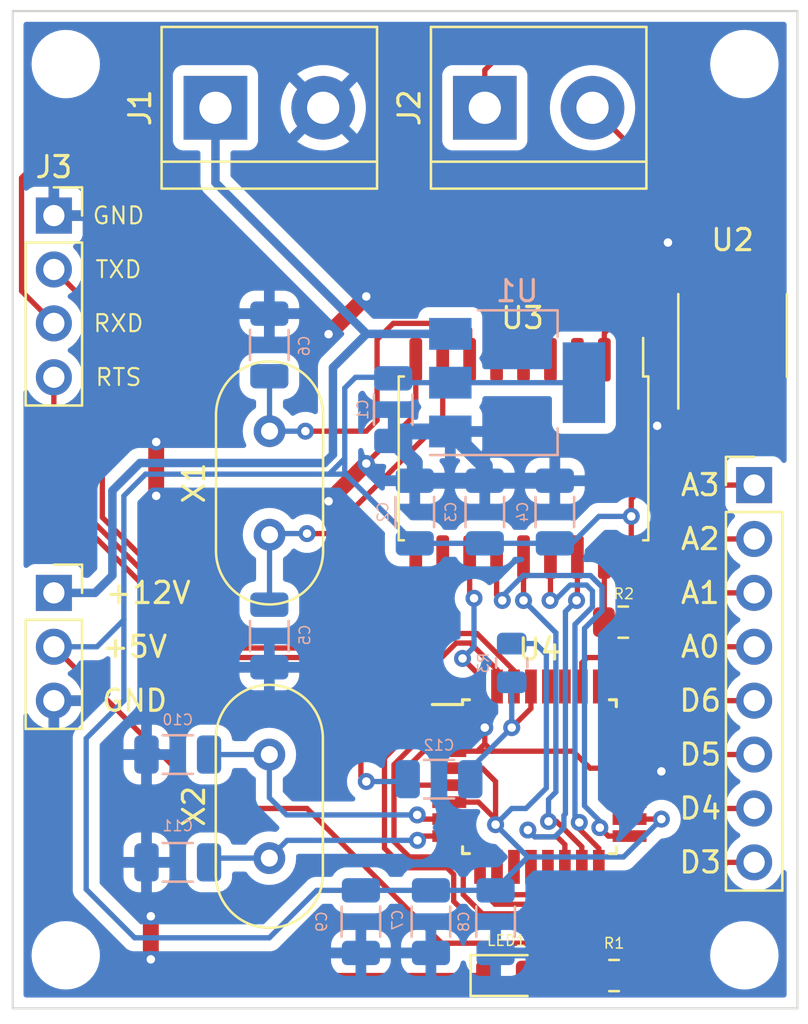
<source format=kicad_pcb>
(kicad_pcb (version 20211014) (generator pcbnew)
  (layers (0 "F.Cu" signal) (31 "B.Cu" signal) (34 "B.Paste" user) (35 "F.Paste" user) (36 "B.SilkS" user "B.Silkscreen") (37 "F.SilkS" user "F.Silkscreen") (38 "B.Mask" user) (39 "F.Mask" user) (44 "Edge.Cuts" user))
  (net 0 "")
  (net 1 "+5V")
  (net 2 "GND")
  (net 3 "U4_D3")
  (net 11 "INT")
  (net 12 "SCK")
  (net 13 "SI")
  (net 14 "SO")
  (net 15 "CS")
  (net 16 "U4_D4")
  (net 17 "U4_D6")
  (net 18 "U4_A0")
  (net 25 "U4_A1")
  (net 26 "U4_A2")
  (net 27 "U4_A3")
  (net 30 "U4_D5")
  (net 31 "/U2_U3_TXD")
  (net 32 "+12V")
  (net 33 "/CAN_H")
  (net 34 "/CAN_L")
  (net 35 "/U2_U3_RXD")
  (net 36 "/U3_RESET")
  (net 37 "/U4_RESET")
  (net 38 "U4_RXD")
  (net 39 "U4_TXD")
  (net 40 "/U3_OSC_2")
  (net 41 "/U3_OSC_1")
  (net 42 "/U4_OSC_1")
  (net 43 "/LED1")
  (net 44 "/U4_OSC_2")
  (net 45 "U4_RTS")
  (footprint "Connector_PinSocket_2.54mm:PinSocket_1x04_P2.54mm_Vertical" (layer "F.Cu") (at 142.24 78.74)
    (fp_text reference "J3")
    (fp_text value "Conn_01x04_Female" hide)
  )
  (footprint "Package_SO:SOIC-18W_7.5x11.6mm_P1.27mm" (layer "F.Cu") (at 164.386 90.182 -90)
    (fp_text reference "U3")
    (fp_text value "MCP2515-xSO" hide)
  )
  (footprint "Package_QFP:TQFP-32_7x7mm_P0.8mm" (layer "F.Cu") (at 165.136 105.182)
    (fp_text reference "U4")
    (fp_text value "ATmega328P-A" hide)
  )
  (footprint "Package_SO:SOIC-8_3.9x4.9mm_P1.27mm" (layer "F.Cu") (at 174.244 84.39 90)
    (fp_text reference "U2")
    (fp_text value "TJA1051T" hide)
  )
  (footprint "LED_SMD:LED_0805_2012Metric" (layer "F.Cu") (at 163.576 114.554)
    (fp_text reference "LED1")
    (fp_text value "Green" hide)
  )
  (footprint "TerminalBlock:TerminalBlock_bornier-2_P5.08mm" (layer "F.Cu") (at 162.56 73.66)
    (fp_text reference "J2")
    (fp_text value "Screw_Terminal_01x02" hide)
  )
  (footprint "MountingHole:MountingHole_2.2mm_M2" (layer "F.Cu") (at 174.8 113.6)
    (fp_text reference "REF**" hide)
    (fp_text value "MountingHole_2.2mm_M2" hide)
  )
  (footprint "Crystal:Crystal_HC49-4H_Vertical" (layer "F.Cu") (at 152.41 88.9 -90)
    (fp_text reference "X1")
    (fp_text value "16MHz" hide)
  )
  (footprint "TerminalBlock:TerminalBlock_bornier-2_P5.08mm" (layer "F.Cu") (at 149.86 73.66)
    (fp_text reference "J1")
    (fp_text value "Screw_Terminal_01x02" hide)
  )
  (footprint "Resistor_SMD:R_0805_2012Metric" (layer "F.Cu") (at 169.0875 97.9)
    (fp_text reference "R2")
    (fp_text value "10K" hide)
  )
  (footprint "MountingHole:MountingHole_2.2mm_M2" (layer "F.Cu") (at 174.8 71.6)
    (fp_text reference "REF**" hide)
    (fp_text value "MountingHole_2.2mm_M2" hide)
  )
  (footprint "CAN_ATmega:Connector_female" (layer "F.Cu") (at 157.48 99.06)
    (fp_text reference "J4" hide)
    (fp_text value "Connector_female" hide)
  )
  (footprint "MountingHole:MountingHole_2.2mm_M2" (layer "F.Cu") (at 142.8 71.6)
    (fp_text reference "REF**" hide)
    (fp_text value "MountingHole_2.2mm_M2" hide)
  )
  (footprint "Resistor_SMD:R_0805_2012Metric" (layer "F.Cu") (at 168.656 114.554 180)
    (fp_text reference "R1")
    (fp_text value "1K" hide)
  )
  (footprint "MountingHole:MountingHole_2.2mm_M2" (layer "F.Cu") (at 142.8 113.6)
    (fp_text reference "REF**" hide)
    (fp_text value "MountingHole_2.2mm_M2" hide)
  )
  (footprint "Crystal:Crystal_HC49-4H_Vertical" (layer "F.Cu") (at 152.4 104.14 -90)
    (fp_text reference "X2")
    (fp_text value "16MHz" hide)
  )
  (footprint "Capacitor_SMD:C_1206_3216Metric" (layer "B.Cu") (at 163.068 112.014 -90)
    (fp_text reference "C8")
    (fp_text value "10uF/16V" hide)
  )
  (footprint "Capacitor_SMD:C_1206_3216Metric" (layer "B.Cu") (at 152.4 84.836 -90)
    (fp_text reference "C6")
    (fp_text value "22PF" hide)
  )
  (footprint "Capacitor_SMD:C_1206_3216Metric" (layer "B.Cu") (at 152.4 98.552 90)
    (fp_text reference "C5")
    (fp_text value "22PF" hide)
  )
  (footprint "Capacitor_SMD:C_1206_3216Metric" (layer "B.Cu") (at 165.862 92.71 90)
    (fp_text reference "C4")
    (fp_text value "0.1uF" hide)
  )
  (footprint "Capacitor_SMD:C_1206_3216Metric" (layer "B.Cu") (at 156.718 112.014 -90)
    (fp_text reference "C9")
    (fp_text value "0.1uF" hide)
  )
  (footprint "Capacitor_SMD:C_1206_3216Metric" (layer "B.Cu") (at 160.02 112.014 -90)
    (fp_text reference "C7")
    (fp_text value "0.1uF" hide)
  )
  (footprint "Capacitor_SMD:C_1206_3216Metric" (layer "B.Cu") (at 160.4 105.3)
    (fp_text reference "C12")
    (fp_text value "1uF" hide)
  )
  (footprint "Capacitor_SMD:C_1206_3216Metric" (layer "B.Cu") (at 148.082 104.14 180)
    (fp_text reference "C10")
    (fp_text value "22PF" hide)
  )
  (footprint "Capacitor_SMD:C_1206_3216Metric" (layer "B.Cu") (at 159.258 92.71 90)
    (fp_text reference "C2")
    (fp_text value "10uF/16V" hide)
  )
  (footprint "Capacitor_SMD:C_1206_3216Metric" (layer "B.Cu") (at 158.242 87.884 -90)
    (fp_text reference "C1")
    (fp_text value "1uF" hide)
  )
  (footprint "Capacitor_SMD:C_1206_3216Metric" (layer "B.Cu") (at 162.56 92.71 90)
    (fp_text reference "C3")
    (fp_text value "0.1uF" hide)
  )
  (footprint "Resistor_SMD:R_0805_2012Metric" (layer "B.Cu") (at 163.83 99.822 -90)
    (fp_text reference "R3")
    (fp_text value "10K" hide)
  )
  (footprint "Package_TO_SOT_SMD:SOT-223" (layer "B.Cu") (at 164.084 86.614)
    (fp_text reference "U1")
    (fp_text value "LM1117-5.0" hide)
  )
  (footprint "Capacitor_SMD:C_1206_3216Metric" (layer "B.Cu") (at 148.082 109.22)
    (fp_text reference "C11")
    (fp_text value "22PF" hide)
  )
  (gr_line (start 140.3 69.1) (end 140.3 116.1) (layer "Edge.Cuts") (width 0.1))
  (gr_line (start 177.3 116.1) (end 177.3 69.1) (layer "Edge.Cuts") (width 0.1))
  (gr_line (start 177.3 116.1) (end 140.3 116.1) (layer "Edge.Cuts") (width 0.1))
  (gr_line (start 177.3 69.1) (end 140.3 69.1) (layer "Edge.Cuts") (width 0.1))
  (gr_text "RXD" (at 145.288 83.82) (layer "F.SilkS") (effects (font (size 0.8 0.8) (thickness 0.1))))
  (gr_text "RTS" (at 145.288 86.36) (layer "F.SilkS") (effects (font (size 0.8 0.8) (thickness 0.1))))
  (gr_text "TXD" (at 145.288 81.28) (layer "F.SilkS") (effects (font (size 0.8 0.8) (thickness 0.1))))
  (gr_text "GND" (at 145.288 78.74) (layer "F.SilkS") (effects (font (size 0.8 0.8) (thickness 0.1))))
  (segment (start 149.86 106.68) (end 154.178 106.68) (width 0.25) (layer "F.Cu") (net 1))
  (segment (start 169.386 107.182) (end 170.886 107.182) (width 0.25) (layer "F.Cu") (net 1))
  (segment (start 169.466 92.916) (end 169.466 92.102) (width 0.25) (layer "F.Cu") (net 1))
  (segment (start 162.262 106.382) (end 163.068 107.188) (width 0.25) (layer "F.Cu") (net 1))
  (segment (start 174.879 88.519) (end 174.879 86.865) (width 0.25) (layer "F.Cu") (net 1))
  (segment (start 154.178 106.68) (end 160.528 113.03) (width 0.25) (layer "F.Cu") (net 1))
  (segment (start 169.466 92.102) (end 172.414 89.154) (width 0.25) (layer "F.Cu") (net 1))
  (segment (start 160.886 106.382) (end 162.262 106.382) (width 0.25) (layer "F.Cu") (net 1))
  (segment (start 163.068 105.41) (end 163.068 107.442) (width 0.25) (layer "F.Cu") (net 1))
  (segment (start 169.466 92.916) (end 169.466 94.832) (width 0.25) (layer "F.Cu") (net 1))
  (segment (start 160.528 113.03) (end 169.418 113.03) (width 0.25) (layer "F.Cu") (net 1))
  (segment (start 142.24 99.06) (end 149.86 106.68) (width 0.25) (layer "F.Cu") (net 1))
  (segment (start 172.414 89.154) (end 174.244 89.154) (width 0.25) (layer "F.Cu") (net 1))
  (segment (start 160.886 104.782) (end 162.44 104.782) (width 0.25) (layer "F.Cu") (net 1))
  (segment (start 163.068 107.188) (end 163.068 107.442) (width 0.25) (layer "F.Cu") (net 1))
  (segment (start 169.5685 113.1805) (end 169.5685 114.554) (width 0.25) (layer "F.Cu") (net 1))
  (segment (start 169.418 113.03) (end 169.5685 113.1805) (width 0.25) (layer "F.Cu") (net 1))
  (segment (start 169.466 96.366) (end 169.466 94.832) (width 0.25) (layer "F.Cu") (net 1))
  (segment (start 170 97.9) (end 170 96.9) (width 0.25) (layer "F.Cu") (net 1))
  (segment (start 162.44 104.782) (end 163.068 105.41) (width 0.25) (layer "F.Cu") (net 1))
  (segment (start 170 96.9) (end 169.466 96.366) (width 0.25) (layer "F.Cu") (net 1))
  (segment (start 174.244 89.154) (end 174.879 88.519) (width 0.25) (layer "F.Cu") (net 1))
  (via (at 169.466 92.916) (size 0.8) (drill 0.4) (layers "F.Cu" "B.Cu") (net 1))
  (via (at 170.886 107.182) (size 0.8) (drill 0.4) (layers "F.Cu" "B.Cu") (net 1))
  (via (at 163.068 107.442) (size 0.8) (drill 0.4) (layers "F.Cu" "B.Cu") (net 1))
  (segment (start 146.05 112.776) (end 152.4 112.776) (width 0.25) (layer "B.Cu") (net 1))
  (segment (start 143.764 103.378) (end 143.764 110.49) (width 0.25) (layer "B.Cu") (net 1))
  (segment (start 143.764 110.49) (end 146.05 112.776) (width 0.25) (layer "B.Cu") (net 1))
  (segment (start 163.83 106.68) (end 163.068 107.442) (width 0.25) (layer "B.Cu") (net 1))
  (segment (start 160.02 110.539) (end 163.068 110.539) (width 0.25) (layer "B.Cu") (net 1))
  (segment (start 163.83 98.9095) (end 164.9495 98.9095) (width 0.25) (layer "B.Cu") (net 1))
  (segment (start 156.718 110.539) (end 160.02 110.539) (width 0.25) (layer "B.Cu") (net 1))
  (segment (start 164.592 108.966) (end 163.068 107.442) (width 0.25) (layer "B.Cu") (net 1))
  (segment (start 170.886 107.182) (end 169.102 108.966) (width 0.25) (layer "B.Cu") (net 1))
  (segment (start 169.102 108.966) (end 164.592 108.966) (width 0.25) (layer "B.Cu") (net 1))
  (segment (start 166.673 94.185) (end 167.942 92.916) (width 0.25) (layer "B.Cu") (net 1))
  (segment (start 155.956 90.883) (end 155.9805 90.9075) (width 0.25) (layer "B.Cu") (net 1))
  (segment (start 165.461498 105.720106) (end 164.501604 106.68) (width 0.25) (layer "B.Cu") (net 1))
  (segment (start 160.934 86.614) (end 158.447 86.614) (width 0.25) (layer "B.Cu") (net 1))
  (segment (start 163.068 110.49) (end 164.592 108.966) (width 0.25) (layer "B.Cu") (net 1))
  (segment (start 144.272 99.06) (end 142.24 99.06) (width 0.25) (layer "B.Cu") (net 1))
  (segment (start 158.447 86.614) (end 158.242 86.409) (width 0.25) (layer "B.Cu") (net 1))
  (segment (start 164.501604 106.68) (end 163.83 106.68) (width 0.25) (layer "B.Cu") (net 1))
  (segment (start 155.956 90.186462) (end 155.956 90.883) (width 0.25) (layer "B.Cu") (net 1))
  (segment (start 155.956 90.186462) (end 155.217462 90.925) (width 0.25) (layer "B.Cu") (net 1))
  (segment (start 154.637 110.539) (end 156.718 110.539) (width 0.25) (layer "B.Cu") (net 1))
  (segment (start 145.542 97.79) (end 145.542 101.6) (width 0.25) (layer "B.Cu") (net 1))
  (segment (start 145.542 97.79) (end 144.272 99.06) (width 0.25) (layer "B.Cu") (net 1))
  (segment (start 145.542 101.6) (end 143.764 103.378) (width 0.25) (layer "B.Cu") (net 1))
  (segment (start 152.4 112.776) (end 154.637 110.539) (width 0.25) (layer "B.Cu") (net 1))
  (segment (start 158.242 86.409) (end 158.193 86.36) (width 0.25) (layer "B.Cu") (net 1))
  (segment (start 146.565 90.925) (end 145.542 91.948) (width 0.25) (layer "B.Cu") (net 1))
  (segment (start 155.217462 90.925) (end 146.565 90.925) (width 0.25) (layer "B.Cu") (net 1))
  (segment (start 145.542 91.948) (end 145.542 97.79) (width 0.25) (layer "B.Cu") (net 1))
  (segment (start 156.464 86.36) (end 155.956 86.868) (width 0.25) (layer "B.Cu") (net 1))
  (segment (start 163.068 110.539) (end 163.068 110.49) (width 0.25) (layer "B.Cu") (net 1))
  (segment (start 158.193 86.36) (end 156.464 86.36) (width 0.25) (layer "B.Cu") (net 1))
  (segment (start 155.217462 90.925) (end 155.963 90.925) (width 0.25) (layer "B.Cu") (net 1))
  (segment (start 155.9805 90.9075) (end 159.258 94.185) (width 0.25) (layer "B.Cu") (net 1))
  (segment (start 164.9495 98.9095) (end 165.461498 99.421498) (width 0.25) (layer "B.Cu") (net 1))
  (segment (start 167.234 86.614) (end 160.934 86.614) (width 0.25) (layer "B.Cu") (net 1))
  (segment (start 155.956 86.868) (end 155.956 90.186462) (width 0.25) (layer "B.Cu") (net 1))
  (segment (start 167.942 92.916) (end 169.466 92.916) (width 0.25) (layer "B.Cu") (net 1))
  (segment (start 159.258 94.185) (end 162.56 94.185) (width 0.25) (layer "B.Cu") (net 1))
  (segment (start 162.56 94.185) (end 165.862 94.185) (width 0.25) (layer "B.Cu") (net 1))
  (segment (start 165.862 94.185) (end 166.673 94.185) (width 0.25) (layer "B.Cu") (net 1))
  (segment (start 165.461498 99.421498) (end 165.461498 105.720106) (width 0.25) (layer "B.Cu") (net 1))
  (segment (start 155.963 90.925) (end 155.9805 90.9075) (width 0.25) (layer "B.Cu") (net 1))
  (segment (start 162.21 103.982) (end 160.886 103.982) (width 0.25) (layer "F.Cu") (net 2))
  (segment (start 173.609 86.865) (end 173.609 88.265) (width 0.25) (layer "F.Cu") (net 2))
  (segment (start 162.56 103.632) (end 162.91 103.982) (width 0.25) (layer "F.Cu") (net 2))
  (segment (start 162.91 103.982) (end 162.21 103.982) (width 0.25) (layer "F.Cu") (net 2))
  (segment (start 146.812 113.792) (end 146.812 111.76) (width 0.75) (layer "F.Cu") (net 2))
  (segment (start 147.574 114.554) (end 146.812 113.792) (width 0.25) (layer "F.Cu") (net 2))
  (segment (start 173.228 88.646) (end 170.688 88.646) (width 0.25) (layer "F.Cu") (net 2))
  (segment (start 170.736 104.782) (end 170.886 104.932) (width 0.25) (layer "F.Cu") (net 2))
  (segment (start 156.972 90.424) (end 155.194 92.202) (width 0.75) (layer "F.Cu") (net 2))
  (segment (start 159.306 85.532) (end 159.306 88.09) (width 0.25) (layer "F.Cu") (net 2))
  (segment (start 147.066 91.948) (end 147.066 89.408) (width 0.75) (layer "F.Cu") (net 2))
  (segment (start 173.609 88.265) (end 173.228 88.646) (width 0.25) (layer "F.Cu") (net 2))
  (segment (start 159.306 88.09) (end 156.972 90.424) (width 0.25) (layer "F.Cu") (net 2))
  (segment (start 162.91 103.982) (end 166.72 103.982) (width 0.25) (layer "F.Cu") (net 2))
  (segment (start 159.43 105.582) (end 159.004 105.156) (width 0.25) (layer "F.Cu") (net 2))
  (segment (start 166.72 103.982) (end 167.52 104.782) (width 0.25) (layer "F.Cu") (net 2))
  (segment (start 162.56 102.87) (end 162.56 103.632) (width 0.25) (layer "F.Cu") (net 2))
  (segment (start 160.886 105.582) (end 159.43 105.582) (width 0.25) (layer "F.Cu") (net 2))
  (segment (start 162.56 103.632) (end 162.21 103.982) (width 0.25) (layer "F.Cu") (net 2))
  (segment (start 155.194 84.328) (end 156.972 82.55) (width 0.75) (layer "F.Cu") (net 2))
  (segment (start 172.339 80.645) (end 171.704 80.01) (width 0.25) (layer "F.Cu") (net 2))
  (segment (start 160.886 103.982) (end 159.67 103.982) (width 0.25) (layer "F.Cu") (net 2))
  (segment (start 167.52 104.782) (end 169.386 104.782) (width 0.25) (layer "F.Cu") (net 2))
  (segment (start 172.339 81.915) (end 172.339 80.645) (width 0.25) (layer "F.Cu") (net 2))
  (segment (start 162.6385 114.554) (end 147.574 114.554) (width 0.25) (layer "F.Cu") (net 2))
  (segment (start 171.704 80.01) (end 171.196 80.01) (width 0.25) (layer "F.Cu") (net 2))
  (segment (start 159.67 103.982) (end 159.004 104.648) (width 0.25) (layer "F.Cu") (net 2))
  (segment (start 159.004 104.648) (end 159.004 105.156) (width 0.25) (layer "F.Cu") (net 2))
  (segment (start 169.386 104.782) (end 170.736 104.782) (width 0.25) (layer "F.Cu") (net 2))
  (via (at 146.812 113.792) (size 0.8) (drill 0.4) (layers "F.Cu" "B.Cu") (net 2))
  (via (at 146.812 111.76) (size 0.8) (drill 0.4) (layers "F.Cu" "B.Cu") (net 2))
  (via (at 147.066 89.408) (size 0.8) (drill 0.4) (layers "F.Cu" "B.Cu") (net 2))
  (via (at 155.194 92.202) (size 0.8) (drill 0.4) (layers "F.Cu" "B.Cu") (net 2))
  (via (at 156.972 90.424) (size 0.8) (drill 0.4) (layers "F.Cu" "B.Cu") (net 2))
  (via (at 162.56 102.87) (size 0.8) (drill 0.4) (layers "F.Cu" "B.Cu") (net 2))
  (via (at 156.972 82.55) (size 0.8) (drill 0.4) (layers "F.Cu" "B.Cu") (net 2))
  (via (at 170.886 104.932) (size 0.8) (drill 0.4) (layers "F.Cu" "B.Cu") (net 2))
  (via (at 171.196 80.01) (size 0.8) (drill 0.4) (layers "F.Cu" "B.Cu") (net 2))
  (via (at 170.688 88.646) (size 0.8) (drill 0.4) (layers "F.Cu" "B.Cu") (net 2))
  (via (at 155.194 84.328) (size 0.8) (drill 0.4) (layers "F.Cu" "B.Cu") (net 2))
  (via (at 147.066 91.948) (size 0.8) (drill 0.4) (layers "F.Cu" "B.Cu") (net 2))
  (segment (start 162.56 91.235) (end 165.862 91.235) (width 0.75) (layer "B.Cu") (net 2))
  (segment (start 162.56 90.54) (end 160.934 88.914) (width 0.75) (layer "B.Cu") (net 2))
  (segment (start 159.258 91.235) (end 162.56 91.235) (width 0.75) (layer "B.Cu") (net 2))
  (segment (start 158.687 88.914) (end 160.934 88.914) (width 0.75) (layer "B.Cu") (net 2))
  (segment (start 158.242 89.359) (end 158.687 88.914) (width 0.75) (layer "B.Cu") (net 2))
  (segment (start 159.258 91.235) (end 159.258 90.375) (width 0.75) (layer "B.Cu") (net 2))
  (segment (start 162.56 91.235) (end 162.56 90.54) (width 0.75) (layer "B.Cu") (net 2))
  (segment (start 159.258 90.375) (end 158.242 89.359) (width 0.75) (layer "B.Cu") (net 2))
  (segment (start 160.886 102.382) (end 159.746 102.382) (width 0.25) (layer "F.Cu") (net 3))
  (segment (start 161.094 111.056) (end 162.132 112.094) (width 0.25) (layer "F.Cu") (net 3))
  (segment (start 161.094 109.786) (end 161.094 111.056) (width 0.25) (layer "F.Cu") (net 3))
  (segment (start 157.829 104.299) (end 157.829 108.553) (width 0.25) (layer "F.Cu") (net 3))
  (segment (start 173.99 109.22) (end 175.26 109.22) (width 0.25) (layer "F.Cu") (net 3))
  (segment (start 162.132 112.094) (end 171.116 112.094) (width 0.25) (layer "F.Cu") (net 3))
  (segment (start 159.746 102.382) (end 157.829 104.299) (width 0.25) (layer "F.Cu") (net 3))
  (segment (start 160.782 109.474) (end 161.094 109.786) (width 0.25) (layer "F.Cu") (net 3))
  (segment (start 157.829 108.553) (end 158.75 109.474) (width 0.25) (layer "F.Cu") (net 3))
  (segment (start 158.75 109.474) (end 160.782 109.474) (width 0.25) (layer "F.Cu") (net 3))
  (segment (start 171.116 112.094) (end 173.99 109.22) (width 0.25) (layer "F.Cu") (net 3))
  (segment (start 161.846 94.832) (end 161.846 96.568) (width 0.25) (layer "F.Cu") (net 11))
  (segment (start 162.336 100.436) (end 162.336 100.932) (width 0.25) (layer "F.Cu") (net 11))
  (segment (start 161.510299 99.610299) (end 162.336 100.436) (width 0.25) (layer "F.Cu") (net 11))
  (segment (start 161.846 96.568) (end 162.052 96.774) (width 0.25) (layer "F.Cu") (net 11))
  (via (at 161.510299 99.610299) (size 0.8) (drill 0.4) (layers "F.Cu" "B.Cu") (net 11))
  (via (at 162.052 96.774) (size 0.8) (drill 0.4) (layers "F.Cu" "B.Cu") (net 11))
  (segment (start 162.052 99.068598) (end 162.052 96.774) (width 0.25) (layer "B.Cu") (net 11))
  (segment (start 161.510299 99.610299) (end 162.052 99.068598) (width 0.25) (layer "B.Cu") (net 11))
  (segment (start 169.386 107.982) (end 168.381596 107.982) (width 0.25) (layer "F.Cu") (net 12))
  (segment (start 168.381596 107.982) (end 167.983798 107.584202) (width 0.25) (layer "F.Cu") (net 12))
  (segment (start 163.116 96.607) (end 163.386 96.877) (width 0.25) (layer "F.Cu") (net 12))
  (segment (start 163.116 94.832) (end 163.116 96.607) (width 0.25) (layer "F.Cu") (net 12))
  (via (at 167.983798 107.584202) (size 0.8) (drill 0.4) (layers "F.Cu" "B.Cu") (net 12))
  (via (at 163.386 96.877) (size 0.8) (drill 0.4) (layers "F.Cu" "B.Cu") (net 12))
  (segment (start 167.261498 106.557498) (end 167.261498 98.192898) (width 0.25) (layer "B.Cu") (net 12))
  (segment (start 167.261498 98.192898) (end 168.086 97.368396) (width 0.25) (layer "B.Cu") (net 12))
  (segment (start 164.366 95.702) (end 163.386 96.682) (width 0.25) (layer "B.Cu") (net 12))
  (segment (start 167.983798 107.584202) (end 167.983798 107.279798) (width 0.25) (layer "B.Cu") (net 12))
  (segment (start 168.086 96.245604) (end 167.542396 95.702) (width 0.25) (layer "B.Cu") (net 12))
  (segment (start 167.542396 95.702) (end 164.366 95.702) (width 0.25) (layer "B.Cu") (net 12))
  (segment (start 167.983798 107.279798) (end 167.261498 106.557498) (width 0.25) (layer "B.Cu") (net 12))
  (segment (start 163.386 96.682) (end 163.386 96.877) (width 0.25) (layer "B.Cu") (net 12))
  (segment (start 168.086 97.368396) (end 168.086 96.245604) (width 0.25) (layer "B.Cu") (net 12))
  (segment (start 167.136 108.485686) (end 167.136 109.432) (width 0.25) (layer "F.Cu") (net 13))
  (segment (start 164.386 94.832) (end 164.386 96.877) (width 0.25) (layer "F.Cu") (net 13))
  (segment (start 165.565295 107.290354) (end 165.940668 107.290354) (width 0.25) (layer "F.Cu") (net 13))
  (segment (start 165.940668 107.290354) (end 167.136 108.485686) (width 0.25) (layer "F.Cu") (net 13))
  (via (at 165.565295 107.290354) (size 0.8) (drill 0.4) (layers "F.Cu" "B.Cu") (net 13))
  (via (at 164.386 96.877) (size 0.8) (drill 0.4) (layers "F.Cu" "B.Cu") (net 13))
  (segment (start 165.911498 105.906502) (end 165.911498 98.402498) (width 0.25) (layer "B.Cu") (net 13))
  (segment (start 165.565295 107.290354) (end 165.565295 106.252705) (width 0.25) (layer "B.Cu") (net 13))
  (segment (start 165.911498 98.402498) (end 164.386 96.877) (width 0.25) (layer "B.Cu") (net 13))
  (segment (start 165.565295 106.252705) (end 165.911498 105.906502) (width 0.25) (layer "B.Cu") (net 13))
  (segment (start 167.014795 107.640504) (end 167.014795 107.339176) (width 0.25) (layer "F.Cu") (net 14))
  (segment (start 167.936 109.432) (end 167.936 108.561709) (width 0.25) (layer "F.Cu") (net 14))
  (segment (start 165.656 94.832) (end 165.656 96.857) (width 0.25) (layer "F.Cu") (net 14))
  (segment (start 167.936 108.561709) (end 167.014795 107.640504) (width 0.25) (layer "F.Cu") (net 14))
  (segment (start 165.656 96.857) (end 165.636 96.877) (width 0.25) (layer "F.Cu") (net 14))
  (via (at 167.014795 107.339176) (size 0.8) (drill 0.4) (layers "F.Cu" "B.Cu") (net 14))
  (via (at 165.636 96.877) (size 0.8) (drill 0.4) (layers "F.Cu" "B.Cu") (net 14))
  (segment (start 166.811498 107.135879) (end 166.811498 98.006502) (width 0.25) (layer "B.Cu") (net 14))
  (segment (start 166.585695 96.152) (end 165.860695 96.877) (width 0.25) (layer "B.Cu") (net 14))
  (segment (start 167.636 96.432) (end 167.356 96.152) (width 0.25) (layer "B.Cu") (net 14))
  (segment (start 165.860695 96.877) (end 165.636 96.877) (width 0.25) (layer "B.Cu") (net 14))
  (segment (start 166.811498 98.006502) (end 167.636 97.182) (width 0.25) (layer "B.Cu") (net 14))
  (segment (start 167.014795 107.339176) (end 166.811498 107.135879) (width 0.25) (layer "B.Cu") (net 14))
  (segment (start 167.636 97.182) (end 167.636 96.432) (width 0.25) (layer "B.Cu") (net 14))
  (segment (start 167.356 96.152) (end 166.585695 96.152) (width 0.25) (layer "B.Cu") (net 14))
  (segment (start 164.592 107.696) (end 164.911354 108.015354) (width 0.25) (layer "F.Cu") (net 15))
  (segment (start 164.911354 108.015354) (end 165.969354 108.015354) (width 0.25) (layer "F.Cu") (net 15))
  (segment (start 166.926 94.832) (end 166.926 96.837) (width 0.25) (layer "F.Cu") (net 15))
  (segment (start 165.969354 108.015354) (end 166.336 108.382) (width 0.25) (layer "F.Cu") (net 15))
  (segment (start 166.926 96.837) (end 166.886 96.877) (width 0.25) (layer "F.Cu") (net 15))
  (segment (start 166.336 108.382) (end 166.336 109.432) (width 0.25) (layer "F.Cu") (net 15))
  (via (at 164.592 107.696) (size 0.8) (drill 0.4) (layers "F.Cu" "B.Cu") (net 15))
  (via (at 166.886 96.877) (size 0.8) (drill 0.4) (layers "F.Cu" "B.Cu") (net 15))
  (segment (start 166.290295 107.003203) (end 166.361498 106.932) (width 0.25) (layer "B.Cu") (net 15))
  (segment (start 165.8656 108.015354) (end 166.290295 107.590659) (width 0.25) (layer "B.Cu") (net 15))
  (segment (start 166.361498 97.401502) (end 166.886 96.877) (width 0.25) (layer "B.Cu") (net 15))
  (segment (start 164.911354 108.015354) (end 165.8656 108.015354) (width 0.25) (layer "B.Cu") (net 15))
  (segment (start 166.361498 106.932) (end 166.361498 97.401502) (width 0.25) (layer "B.Cu") (net 15))
  (segment (start 166.290295 107.590659) (end 166.290295 107.003203) (width 0.25) (layer "B.Cu") (net 15))
  (segment (start 164.592 107.696) (end 164.911354 108.015354) (width 0.25) (layer "B.Cu") (net 15))
  (segment (start 158.279 108.241) (end 158.279 104.611) (width 0.25) (layer "F.Cu") (net 16))
  (segment (start 161.544 109.474) (end 161.036 108.966) (width 0.25) (layer "F.Cu") (net 16))
  (segment (start 170.929604 111.644) (end 162.444 111.644) (width 0.25) (layer "F.Cu") (net 16))
  (segment (start 161.544 110.744) (end 161.544 109.474) (width 0.25) (layer "F.Cu") (net 16))
  (segment (start 159.004 108.966) (end 158.279 108.241) (width 0.25) (layer "F.Cu") (net 16))
  (segment (start 173.228 109.345604) (end 170.929604 111.644) (width 0.25) (layer "F.Cu") (net 16))
  (segment (start 173.228 106.934) (end 173.228 109.345604) (width 0.25) (layer "F.Cu") (net 16))
  (segment (start 158.279 104.611) (end 159.708 103.182) (width 0.25) (layer "F.Cu") (net 16))
  (segment (start 159.708 103.182) (end 160.886 103.182) (width 0.25) (layer "F.Cu") (net 16))
  (segment (start 162.444 111.644) (end 161.544 110.744) (width 0.25) (layer "F.Cu") (net 16))
  (segment (start 175.26 106.68) (end 173.482 106.68) (width 0.25) (layer "F.Cu") (net 16))
  (segment (start 173.482 106.68) (end 173.228 106.934) (width 0.25) (layer "F.Cu") (net 16))
  (segment (start 161.036 108.966) (end 159.004 108.966) (width 0.25) (layer "F.Cu") (net 16))
  (segment (start 170.434 110.744) (end 172.212 108.966) (width 0.25) (layer "F.Cu") (net 17))
  (segment (start 163.136 109.432) (end 163.136 110.482) (width 0.25) (layer "F.Cu") (net 17))
  (segment (start 173.482 101.6) (end 175.26 101.6) (width 0.25) (layer "F.Cu") (net 17))
  (segment (start 163.136 110.482) (end 163.398 110.744) (width 0.25) (layer "F.Cu") (net 17))
  (segment (start 172.212 102.87) (end 173.482 101.6) (width 0.25) (layer "F.Cu") (net 17))
  (segment (start 172.212 108.966) (end 172.212 102.87) (width 0.25) (layer "F.Cu") (net 17))
  (segment (start 163.398 110.744) (end 170.434 110.744) (width 0.25) (layer "F.Cu") (net 17))
  (segment (start 171.138 103.182) (end 173.228 101.092) (width 0.25) (layer "F.Cu") (net 18))
  (segment (start 173.228 101.092) (end 173.228 99.568) (width 0.25) (layer "F.Cu") (net 18))
  (segment (start 169.386 103.182) (end 171.138 103.182) (width 0.25) (layer "F.Cu") (net 18))
  (segment (start 173.228 99.568) (end 173.736 99.06) (width 0.25) (layer "F.Cu") (net 18))
  (segment (start 173.736 99.06) (end 175.26 99.06) (width 0.25) (layer "F.Cu") (net 18))
  (segment (start 169.386 102.382) (end 171.176 102.382) (width 0.25) (layer "F.Cu") (net 25))
  (segment (start 172.72 100.838) (end 172.72 97.282) (width 0.25) (layer "F.Cu") (net 25))
  (segment (start 172.72 97.282) (end 173.482 96.52) (width 0.25) (layer "F.Cu") (net 25))
  (segment (start 173.482 96.52) (end 175.26 96.52) (width 0.25) (layer "F.Cu") (net 25))
  (segment (start 171.176 102.382) (end 172.72 100.838) (width 0.25) (layer "F.Cu") (net 25))
  (segment (start 172.212 97.028) (end 172.974 96.266) (width 0.25) (layer "F.Cu") (net 26))
  (segment (start 171.864 100.932) (end 172.212 100.584) (width 0.25) (layer "F.Cu") (net 26))
  (segment (start 167.936 100.932) (end 171.864 100.932) (width 0.25) (layer "F.Cu") (net 26))
  (segment (start 172.974 96.266) (end 172.974 94.488) (width 0.25) (layer "F.Cu") (net 26))
  (segment (start 172.974 94.488) (end 173.482 93.98) (width 0.25) (layer "F.Cu") (net 26))
  (segment (start 172.212 100.584) (end 172.212 97.028) (width 0.25) (layer "F.Cu") (net 26))
  (segment (start 173.482 93.98) (end 175.26 93.98) (width 0.25) (layer "F.Cu") (net 26))
  (segment (start 167.136 99.818) (end 167.386 99.568) (width 0.25) (layer "F.Cu") (net 27))
  (segment (start 173.228 93.472) (end 173.228 91.694) (width 0.25) (layer "F.Cu") (net 27))
  (segment (start 173.482 91.44) (end 175.26 91.44) (width 0.25) (layer "F.Cu") (net 27))
  (segment (start 172.466 96.137604) (end 172.466 94.234) (width 0.25) (layer "F.Cu") (net 27))
  (segment (start 167.136 100.932) (end 167.136 99.818) (width 0.25) (layer "F.Cu") (net 27))
  (segment (start 172.466 94.234) (end 173.228 93.472) (width 0.25) (layer "F.Cu") (net 27))
  (segment (start 171.762 96.841604) (end 172.466 96.137604) (width 0.25) (layer "F.Cu") (net 27))
  (segment (start 171.762 100.272) (end 171.762 96.841604) (width 0.25) (layer "F.Cu") (net 27))
  (segment (start 173.228 91.694) (end 173.482 91.44) (width 0.25) (layer "F.Cu") (net 27))
  (segment (start 167.386 99.568) (end 168.656 99.568) (width 0.25) (layer "F.Cu") (net 27))
  (segment (start 169.57 100.482) (end 171.552 100.482) (width 0.25) (layer "F.Cu") (net 27))
  (segment (start 171.552 100.482) (end 171.762 100.272) (width 0.25) (layer "F.Cu") (net 27))
  (segment (start 168.656 99.568) (end 169.57 100.482) (width 0.25) (layer "F.Cu") (net 27))
  (segment (start 172.72 104.902) (end 173.482 104.14) (width 0.25) (layer "F.Cu") (net 30))
  (segment (start 163.048 111.194) (end 170.743208 111.194) (width 0.25) (layer "F.Cu") (net 30))
  (segment (start 172.72 109.217208) (end 172.72 104.902) (width 0.25) (layer "F.Cu") (net 30))
  (segment (start 162.336 109.432) (end 162.336 110.482) (width 0.25) (layer "F.Cu") (net 30))
  (segment (start 170.743208 111.194) (end 172.72 109.217208) (width 0.25) (layer "F.Cu") (net 30))
  (segment (start 173.482 104.14) (end 175.26 104.14) (width 0.25) (layer "F.Cu") (net 30))
  (segment (start 162.336 110.482) (end 163.048 111.194) (width 0.25) (layer "F.Cu") (net 30))
  (segment (start 172.339 86.865) (end 170.799 86.865) (width 0.25) (layer "F.Cu") (net 31))
  (segment (start 170.799 86.865) (end 169.466 85.532) (width 0.25) (layer "F.Cu") (net 31))
  (segment (start 155 90.4) (end 155.4 90) (width 0.4) (layer "B.Cu") (net 32))
  (segment (start 149.86 77.188) (end 149.86 73.66) (width 0.4) (layer "B.Cu") (net 32))
  (segment (start 145 91.7) (end 146.3 90.4) (width 0.4) (layer "B.Cu") (net 32))
  (segment (start 156.986 84.314) (end 160.934 84.314) (width 0.4) (layer "B.Cu") (net 32))
  (segment (start 149.86 77.188) (end 156.986 84.314) (width 0.4) (layer "B.Cu") (net 32))
  (segment (start 142.24 96.52) (end 144.18 96.52) (width 0.4) (layer "B.Cu") (net 32))
  (segment (start 144.18 96.52) (end 145 95.7) (width 0.4) (layer "B.Cu") (net 32))
  (segment (start 155.4 90) (end 155.4 85.9) (width 0.4) (layer "B.Cu") (net 32))
  (segment (start 155.4 85.9) (end 156.986 84.314) (width 0.4) (layer "B.Cu") (net 32))
  (segment (start 145 95.7) (end 145 91.7) (width 0.4) (layer "B.Cu") (net 32))
  (segment (start 146.3 90.4) (end 155 90.4) (width 0.4) (layer "B.Cu") (net 32))
  (segment (start 169.164 71.12) (end 163.322 71.12) (width 0.25) (layer "F.Cu") (net 33))
  (segment (start 162.56 71.882) (end 162.56 73.66) (width 0.25) (layer "F.Cu") (net 33))
  (segment (start 163.322 71.12) (end 162.56 71.882) (width 0.25) (layer "F.Cu") (net 33))
  (segment (start 173.609 81.915) (end 173.609 75.565) (width 0.25) (layer "F.Cu") (net 33))
  (segment (start 173.609 75.565) (end 169.164 71.12) (width 0.25) (layer "F.Cu") (net 33))
  (segment (start 174.879 83.439) (end 174.879 81.915) (width 0.25) (layer "F.Cu") (net 34))
  (segment (start 170.18 82.296) (end 171.958 84.074) (width 0.25) (layer "F.Cu") (net 34))
  (segment (start 170.18 76.2) (end 170.18 82.296) (width 0.25) (layer "F.Cu") (net 34))
  (segment (start 174.244 84.074) (end 174.879 83.439) (width 0.25) (layer "F.Cu") (net 34))
  (segment (start 171.958 84.074) (end 174.244 84.074) (width 0.25) (layer "F.Cu") (net 34))
  (segment (start 167.64 73.66) (end 170.18 76.2) (width 0.25) (layer "F.Cu") (net 34))
  (segment (start 168.656 83.82) (end 170.942 83.82) (width 0.25) (layer "F.Cu") (net 35))
  (segment (start 175.514 84.836) (end 176.149 85.471) (width 0.25) (layer "F.Cu") (net 35))
  (segment (start 170.942 83.82) (end 171.958 84.836) (width 0.25) (layer "F.Cu") (net 35))
  (segment (start 168.196 85.532) (end 168.196 84.28) (width 0.25) (layer "F.Cu") (net 35))
  (segment (start 176.149 85.471) (end 176.149 86.865) (width 0.25) (layer "F.Cu") (net 35))
  (segment (start 171.958 84.836) (end 175.514 84.836) (width 0.25) (layer "F.Cu") (net 35))
  (segment (start 168.196 84.28) (end 168.656 83.82) (width 0.25) (layer "F.Cu") (net 35))
  (segment (start 168.196 97.879) (end 168.175 97.9) (width 0.25) (layer "F.Cu") (net 36))
  (segment (start 168.196 94.832) (end 168.196 97.879) (width 0.25) (layer "F.Cu") (net 36))
  (segment (start 164.736 101.964) (end 164.736 100.932) (width 0.25) (layer "F.Cu") (net 37))
  (segment (start 163.83 102.87) (end 164.736 101.964) (width 0.25) (layer "F.Cu") (net 37))
  (via (at 163.83 102.87) (size 0.8) (drill 0.4) (layers "F.Cu" "B.Cu") (net 37))
  (segment (start 163.83 102.87) (end 161.875 104.825) (width 0.25) (layer "B.Cu") (net 37))
  (segment (start 161.875 104.825) (end 161.875 105.3) (width 0.25) (layer "B.Cu") (net 37))
  (segment (start 163.83 102.87) (end 163.83 100.7345) (width 0.25) (layer "B.Cu") (net 37))
  (segment (start 144.018 76.454) (end 141.224 76.454) (width 0.25) (layer "F.Cu") (net 38))
  (segment (start 141.224 76.454) (end 140.716 76.962) (width 0.25) (layer "F.Cu") (net 38))
  (segment (start 140.716 82.296) (end 142.24 83.82) (width 0.25) (layer "F.Cu") (net 38))
  (segment (start 144.526 76.962) (end 144.018 76.454) (width 0.25) (layer "F.Cu") (net 38))
  (segment (start 140.716 76.962) (end 140.716 82.296) (width 0.25) (layer "F.Cu") (net 38))
  (segment (start 163.936 100.932) (end 163.936 100.182) (width 0.25) (layer "F.Cu") (net 38))
  (segment (start 150.682792 99.118) (end 144.526 92.961208) (width 0.25) (layer "F.Cu") (net 38))
  (segment (start 163.936 100.182) (end 162.189299 98.435299) (width 0.25) (layer "F.Cu") (net 38))
  (segment (start 160.898701 98.435299) (end 160.216 99.118) (width 0.25) (layer "F.Cu") (net 38))
  (segment (start 160.216 99.118) (end 150.682792 99.118) (width 0.25) (layer "F.Cu") (net 38))
  (segment (start 162.189299 98.435299) (end 160.898701 98.435299) (width 0.25) (layer "F.Cu") (net 38))
  (segment (start 144.526 92.961208) (end 144.526 76.962) (width 0.25) (layer "F.Cu") (net 38))
  (segment (start 144.018 93.089604) (end 144.018 83.058) (width 0.25) (layer "F.Cu") (net 39))
  (segment (start 161.877299 98.885299) (end 161.210701 98.885299) (width 0.25) (layer "F.Cu") (net 39))
  (segment (start 161.210701 98.885299) (end 160.528 99.568) (width 0.25) (layer "F.Cu") (net 39))
  (segment (start 160.528 99.568) (end 150.496396 99.568) (width 0.25) (layer "F.Cu") (net 39))
  (segment (start 144.018 83.058) (end 142.24 81.28) (width 0.25) (layer "F.Cu") (net 39))
  (segment (start 150.496396 99.568) (end 144.018 93.089604) (width 0.25) (layer "F.Cu") (net 39))
  (segment (start 163.136 100.144) (end 161.877299 98.885299) (width 0.25) (layer "F.Cu") (net 39))
  (segment (start 163.136 100.932) (end 163.136 100.144) (width 0.25) (layer "F.Cu") (net 39))
  (segment (start 161.846 84.122) (end 161.846 85.532) (width 0.25) (layer "F.Cu") (net 40))
  (segment (start 154.1 88.9) (end 156.972 88.9) (width 0.25) (layer "F.Cu") (net 40))
  (segment (start 157.48 88.392) (end 157.48 84.582) (width 0.25) (layer "F.Cu") (net 40))
  (segment (start 156.972 88.9) (end 157.48 88.392) (width 0.25) (layer "F.Cu") (net 40))
  (segment (start 157.48 84.582) (end 158.242 83.82) (width 0.25) (layer "F.Cu") (net 40))
  (segment (start 158.242 83.82) (end 161.544 83.82) (width 0.25) (layer "F.Cu") (net 40))
  (segment (start 161.544 83.82) (end 161.846 84.122) (width 0.25) (layer "F.Cu") (net 40))
  (via (at 154.1 88.9) (size 0.8) (drill 0.4) (layers "F.Cu" "B.Cu") (net 40))
  (segment (start 154.1 88.9) (end 152.41 88.9) (width 0.25) (layer "B.Cu") (net 40))
  (segment (start 152.41 86.321) (end 152.4 86.311) (width 0.25) (layer "B.Cu") (net 40))
  (segment (start 152.41 88.9) (end 152.41 86.321) (width 0.25) (layer "B.Cu") (net 40))
  (segment (start 154.178 93.726) (end 155.194 93.726) (width 0.25) (layer "F.Cu") (net 41))
  (segment (start 160.576 88.344) (end 160.576 85.532) (width 0.25) (layer "F.Cu") (net 41))
  (segment (start 155.194 93.726) (end 160.576 88.344) (width 0.25) (layer "F.Cu") (net 41))
  (via (at 154.178 93.726) (size 0.8) (drill 0.4) (layers "F.Cu" "B.Cu") (net 41))
  (segment (start 152.4 97.077) (end 152.41 97.067) (width 0.25) (layer "B.Cu") (net 41))
  (segment (start 152.41 97.067) (end 152.41 93.78) (width 0.25) (layer "B.Cu") (net 41))
  (segment (start 152.464 93.726) (end 152.41 93.78) (width 0.25) (layer "B.Cu") (net 41))
  (segment (start 154.178 93.726) (end 152.464 93.726) (width 0.25) (layer "B.Cu") (net 41))
  (segment (start 159.57121 107.182) (end 159.373653 106.984443) (width 0.25) (layer "F.Cu") (net 42))
  (segment (start 160.886 107.182) (end 159.57121 107.182) (width 0.25) (layer "F.Cu") (net 42))
  (via (at 159.373653 106.984443) (size 0.8) (drill 0.4) (layers "F.Cu" "B.Cu") (net 42))
  (segment (start 152.4 104.14) (end 152.4 106.172) (width 0.25) (layer "B.Cu") (net 42))
  (segment (start 152.4 106.172) (end 153.212443 106.984443) (width 0.25) (layer "B.Cu") (net 42))
  (segment (start 153.212443 106.984443) (end 159.373653 106.984443) (width 0.25) (layer "B.Cu") (net 42))
  (segment (start 152.4 104.14) (end 149.557 104.14) (width 0.25) (layer "B.Cu") (net 42))
  (segment (start 167.7435 114.554) (end 164.5135 114.554) (width 0.25) (layer "F.Cu") (net 43))
  (segment (start 159.586 107.982) (end 159.386 108.182) (width 0.25) (layer "F.Cu") (net 44))
  (segment (start 160.886 107.982) (end 159.586 107.982) (width 0.25) (layer "F.Cu") (net 44))
  (via (at 159.386 108.182) (size 0.8) (drill 0.4) (layers "F.Cu" "B.Cu") (net 44))
  (segment (start 153.238 108.182) (end 152.4 109.02) (width 0.25) (layer "B.Cu") (net 44))
  (segment (start 152.4 109.02) (end 149.757 109.02) (width 0.25) (layer "B.Cu") (net 44))
  (segment (start 149.757 109.02) (end 149.557 109.22) (width 0.25) (layer "B.Cu") (net 44))
  (segment (start 159.386 108.182) (end 153.238 108.182) (width 0.25) (layer "B.Cu") (net 44))
  (segment (start 142.24 86.36) (end 142.24 91.948) (width 0.25) (layer "F.Cu") (net 45))
  (segment (start 142.24 91.948) (end 150.31 100.018) (width 0.25) (layer "F.Cu") (net 45))
  (segment (start 150.31 100.018) (end 156.152 100.018) (width 0.25) (layer "F.Cu") (net 45))
  (segment (start 156.152 100.018) (end 156.718 100.584) (width 0.25) (layer "F.Cu") (net 45))
  (segment (start 156.718 105.156) (end 156.972 105.41) (width 0.25) (layer "F.Cu") (net 45))
  (segment (start 156.718 100.584) (end 156.718 105.156) (width 0.25) (layer "F.Cu") (net 45))
  (via (at 156.972 105.41) (size 0.8) (drill 0.4) (layers "F.Cu" "B.Cu") (net 45))
  (segment (start 158.815 105.41) (end 158.925 105.3) (width 0.25) (layer "B.Cu") (net 45))
  (segment (start 156.972 105.41) (end 158.815 105.41) (width 0.25) (layer "B.Cu") (net 45))
  (zone (net 2) (net_name "GND") (layer "B.Cu") (connect_pads (clearance 0.508)) (min_thickness 0.254) (fill yes (thermal_gap 0.508) (thermal_bridge_width 0.508))
    (polygon (pts (xy 177.8 116.84) (xy 139.7 116.84) (xy 139.954 68.58) (xy 177.546 68.58)))
  )
)
</source>
